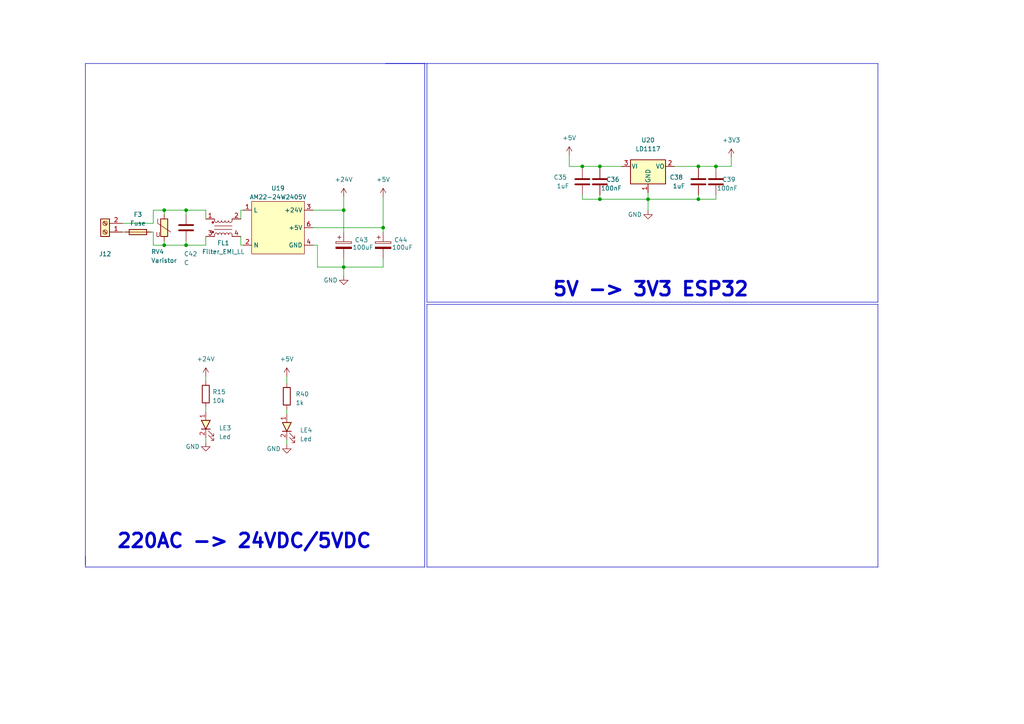
<source format=kicad_sch>
(kicad_sch (version 20230121) (generator eeschema)
  (paper "A4")
  (lib_symbols
    (symbol "+5V_1" (power) (pin_names (offset 0))
      (property "Value" "+5V_1" (at 0 3.556 0))
      (symbol "+5V_1_0_1"
        (polyline (pts (xy -0.762 1.27) (xy 0 2.54)))
        (polyline (pts (xy 0 0) (xy 0 2.54)))
        (polyline (pts (xy 0 2.54) (xy 0.762 1.27)))
      )
      (symbol "+5V_1_1_1"
        (pin power_in line (at 0 0 90) (length 0) hide (name "+5V") (number "1"))
      )
    )
    (symbol "+5V_2" (power) (pin_names (offset 0))
      (property "Value" "+5V_2" (at 0 3.556 0))
      (symbol "+5V_2_0_1"
        (polyline (pts (xy -0.762 1.27) (xy 0 2.54)))
        (polyline (pts (xy 0 0) (xy 0 2.54)))
        (polyline (pts (xy 0 2.54) (xy 0.762 1.27)))
      )
      (symbol "+5V_2_1_1"
        (pin power_in line (at 0 0 90) (length 0) hide (name "+5V") (number "1"))
      )
    )
    (symbol "Connector:Screw_Terminal_01x02" (pin_names (offset 1.016) hide)
      (property "Reference" "J" (at 0 2.54 0))
      (property "Value" "Screw_Terminal_01x02" (at 0 -5.08 0))
      (symbol "Screw_Terminal_01x02_1_1"
        (rectangle (start -1.27 1.27) (end 1.27 -3.81) (stroke (width 0.254)) (fill (type background)))
        (circle (center 0 -2.54) (radius 0.635) (stroke (width 0.1524)))
        (polyline (pts (xy -0.5334 -2.2098) (xy 0.3302 -3.048)) (stroke (width 0.1524)))
        (polyline (pts (xy -0.5334 0.3302) (xy 0.3302 -0.508)) (stroke (width 0.1524)))
        (polyline (pts (xy -0.3556 -2.032) (xy 0.508 -2.8702)) (stroke (width 0.1524)))
        (polyline (pts (xy -0.3556 0.508) (xy 0.508 -0.3302)) (stroke (width 0.1524)))
        (circle (center 0 0) (radius 0.635) (stroke (width 0.1524)))
        (pin passive line (at -5.08 0 0) (length 3.81) (name "Pin_1") (number "1"))
        (pin passive line (at -5.08 -2.54 0) (length 3.81) (name "Pin_2") (number "2"))
      )
    )
    (symbol "Device:C" (pin_numbers hide) (pin_names (offset 0.254))
      (property "Reference" "C" (at 0.635 2.54 0))
      (property "Value" "C" (at 0.635 -2.54 0))
      (symbol "C_0_1"
        (polyline (pts (xy -2.032 -0.762) (xy 2.032 -0.762)) (stroke (width 0.508)))
        (polyline (pts (xy -2.032 0.762) (xy 2.032 0.762)) (stroke (width 0.508)))
      )
      (symbol "C_1_1"
        (pin passive line (at 0 3.81 270) (length 2.794) (name "~") (number "1"))
        (pin passive line (at 0 -3.81 90) (length 2.794) (name "~") (number "2"))
      )
    )
    (symbol "Device:C_Polarized" (pin_numbers hide) (pin_names (offset 0.254))
      (property "Reference" "C" (at 0.635 2.54 0))
      (property "Value" "C_Polarized" (at 0.635 -2.54 0))
      (symbol "C_Polarized_0_1"
        (rectangle (start -2.286 0.508) (end 2.286 1.016))
        (polyline (pts (xy -1.778 2.286) (xy -0.762 2.286)))
        (polyline (pts (xy -1.27 2.794) (xy -1.27 1.778)))
        (rectangle (start 2.286 -0.508) (end -2.286 -1.016) (fill (type outline)))
      )
      (symbol "C_Polarized_1_1"
        (pin passive line (at 0 3.81 270) (length 2.794) (name "~") (number "1"))
        (pin passive line (at 0 -3.81 90) (length 2.794) (name "~") (number "2"))
      )
    )
    (symbol "Device:R" (pin_numbers hide) (pin_names (offset 0))
      (property "Reference" "R" (at 2.032 0 90))
      (property "Value" "R" (at 0 0 90))
      (symbol "R_0_1"
        (rectangle (start -1.016 -2.54) (end 1.016 2.54) (stroke (width 0.254)))
      )
      (symbol "R_1_1"
        (pin passive line (at 0 3.81 270) (length 1.27) (name "~") (number "1"))
        (pin passive line (at 0 -3.81 90) (length 1.27) (name "~") (number "2"))
      )
    )
    (symbol "GND_1" (power) (pin_names (offset 0))
      (property "Value" "GND_1" (at 0 -3.81 0))
      (symbol "GND_1_0_1"
        (polyline (pts (xy 0 0) (xy 0 -1.27) (xy 1.27 -1.27) (xy 0 -2.54) (xy -1.27 -1.27) (xy 0 -1.27)))
      )
      (symbol "GND_1_1_1"
        (pin power_in line (at 0 0 270) (length 0) hide (name "GND") (number "1"))
      )
    )
    (symbol "GND_2" (power) (pin_names (offset 0))
      (property "Value" "GND_2" (at 0 -3.81 0))
      (symbol "GND_2_0_1"
        (polyline (pts (xy 0 0) (xy 0 -1.27) (xy 1.27 -1.27) (xy 0 -2.54) (xy -1.27 -1.27) (xy 0 -1.27)))
      )
      (symbol "GND_2_1_1"
        (pin power_in line (at 0 0 270) (length 0) hide (name "GND") (number "1"))
      )
    )
    (symbol "GND_3" (power) (pin_names (offset 0))
      (property "Value" "GND_3" (at 0 -3.81 0))
      (symbol "GND_3_0_1"
        (polyline (pts (xy 0 0) (xy 0 -1.27) (xy 1.27 -1.27) (xy 0 -2.54) (xy -1.27 -1.27) (xy 0 -1.27)))
      )
      (symbol "GND_3_1_1"
        (pin power_in line (at 0 0 270) (length 0) hide (name "GND") (number "1"))
      )
    )
    (symbol "IVS_SYMBOLS:AM22-24W2405V"
      (property "Reference" "U" (at 0 0 0))
      (property "Value" "AM22-24W2405V" (at 0 -10.16 0))
      (symbol "AM22-24W2405V_0_1"
        (rectangle (start -7.62 7.62) (end 7.62 -7.62) (fill (type background)))
      )
      (symbol "AM22-24W2405V_1_1"
        (pin power_in line (at -10.16 5.08 0) (length 2.54) (name "L") (number "1"))
        (pin power_in line (at -10.16 -5.08 0) (length 2.54) (name "N") (number "2"))
        (pin power_out line (at 10.16 5.08 180) (length 2.54) (name "+24V") (number "3"))
        (pin power_out line (at 10.16 -5.08 180) (length 2.54) (name "GND") (number "4"))
        (pin input line (at 10.16 -5.08 180) (length 2.54) hide (name "GND") (number "5"))
        (pin input line (at 10.16 0 180) (length 2.54) (name "+5V") (number "6"))
      )
    )
    (symbol "IVS_SYMBOLS:Filter_EMI_LL" (pin_names (offset 0.254) hide)
      (property "Reference" "FL" (at 0 4.445 0))
      (property "Value" "Filter_EMI_LL" (at 0 -4.445 0))
      (symbol "Filter_EMI_LL_0_1"
        (circle (center -3.048 -1.27) (radius 0.254) (fill (type outline)))
        (circle (center -3.048 1.524) (radius 0.254) (fill (type outline)))
        (arc (start -2.54 2.032) (mid -2.032 1.5262) (end -1.524 2.032))
        (arc (start -1.524 -2.032) (mid -2.032 -1.5262) (end -2.54 -2.032))
        (arc (start -1.524 2.032) (mid -1.016 1.5262) (end -0.508 2.032))
        (arc (start -0.508 -2.032) (mid -1.016 -1.5262) (end -1.524 -2.032))
        (arc (start -0.508 2.032) (mid 0 1.5262) (end 0.508 2.032))
        (polyline (pts (xy -2.54 -2.032) (xy -2.54 -2.54)))
        (polyline (pts (xy -2.54 0.508) (xy 2.54 0.508)))
        (polyline (pts (xy -2.54 2.032) (xy -2.54 2.54)))
        (polyline (pts (xy 2.54 -2.032) (xy 2.54 -2.54)))
        (polyline (pts (xy 2.54 -0.508) (xy -2.54 -0.508)))
        (polyline (pts (xy 2.54 2.54) (xy 2.54 2.032)))
        (arc (start 0.508 -2.032) (mid 0 -1.5262) (end -0.508 -2.032))
        (arc (start 0.508 2.032) (mid 1.016 1.5262) (end 1.524 2.032))
        (arc (start 1.524 -2.032) (mid 1.016 -1.5262) (end 0.508 -2.032))
        (arc (start 1.524 2.032) (mid 2.032 1.5262) (end 2.54 2.032))
        (arc (start 2.54 -2.032) (mid 2.032 -1.5262) (end 1.524 -2.032))
      )
      (symbol "Filter_EMI_LL_1_1"
        (pin passive line (at -5.08 2.54 0) (length 2.54) (name "1") (number "1"))
        (pin passive line (at 5.08 2.54 180) (length 2.54) (name "2") (number "2"))
        (pin passive line (at -5.08 -2.54 0) (length 2.54) (name "3") (number "3"))
        (pin passive line (at 5.08 -2.54 180) (length 2.54) (name "4") (number "4"))
      )
    )
    (symbol "IVS_SYMBOLS:Fuse" (pin_numbers hide) (pin_names (offset 0))
      (property "Reference" "F" (at 0 2.032 0))
      (property "Value" "Fuse" (at 0 -1.905 0))
      (symbol "Fuse_0_1"
        (polyline (pts (xy -2.54 0) (xy 2.54 0)))
      )
      (symbol "Fuse_1_1"
        (rectangle (start -2.54 0.762) (end 2.54 -0.762) (stroke (width 0.254)) (fill (type background)))
        (pin passive line (at -3.81 0 0) (length 1.27) (name "~") (number "1"))
        (pin passive line (at 3.81 0 180) (length 1.27) (name "~") (number "2"))
      )
    )
    (symbol "IVS_SYMBOLS:LD1117" (pin_names (offset 0.254))
      (property "Reference" "U" (at -3.81 3.175 0))
      (property "Value" "LD1117" (at 0 3.175 0))
      (symbol "LD1117_0_1"
        (rectangle (start -5.08 -5.08) (end 5.08 1.905) (stroke (width 0.254)) (fill (type background)))
      )
      (symbol "LD1117_1_1"
        (pin power_in line (at 0 -7.62 90) (length 2.54) (name "GND") (number "1"))
        (pin power_out line (at 7.62 0 180) (length 2.54) (name "VO") (number "2"))
        (pin power_in line (at -7.62 0 0) (length 2.54) (name "VI") (number "3"))
      )
    )
    (symbol "IVS_SYMBOLS:Led"
      (property "Reference" "LE" (at 0.508 -2.794 0))
      (property "Value" "Led" (at -0.254 2.794 0))
      (symbol "Led_0_1"
        (polyline (pts (xy 0 -1.27) (xy 0 1.27)) (stroke (width 0.254)))
        (polyline (pts (xy 2.54 -1.27) (xy 2.54 1.27) (xy 0 0) (xy 2.54 -1.27)) (stroke (width 0.254)) (fill (type background)))
        (polyline (pts (xy -1.778 -0.762) (xy -3.302 -2.286) (xy -2.54 -2.286) (xy -3.302 -2.286) (xy -3.302 -1.524)))
        (polyline (pts (xy -0.508 -0.762) (xy -2.032 -2.286) (xy -1.27 -2.286) (xy -2.032 -2.286) (xy -2.032 -1.524)))
      )
      (symbol "Led_1_1"
        (pin passive line (at 5.08 0 180) (length 2.54) (name "") (number "1"))
        (pin passive line (at -2.54 0 0) (length 2.54) (name "") (number "2"))
      )
    )
    (symbol "IVS_SYMBOLS:Varistor" (pin_numbers hide) (pin_names (offset 0))
      (property "Reference" "RV" (at 3.175 0 90))
      (property "Value" "Varistor" (at -3.175 0 90))
      (symbol "Varistor_0_0"
        (text "U" (at -1.778 -2.032 0) (effects (font (size 1.27 1.27))))
      )
      (symbol "Varistor_0_1"
        (polyline (pts (xy -1.905 2.54) (xy -1.905 1.27) (xy 1.905 -1.27)))
      )
      (symbol "Varistor_1_1"
        (rectangle (start -1.016 2.54) (end 1.016 -2.54) (stroke (width 0.254)) (fill (type background)))
        (pin passive line (at 0 3.81 270) (length 1.27) (name "~") (number "1"))
        (pin passive line (at 0 -3.81 90) (length 1.27) (name "~") (number "2"))
      )
    )
    (symbol "Led_1"
      (property "Reference" "LE" (at 0.508 -2.794 0))
      (property "Value" "Led" (at -0.254 2.794 0))
      (symbol "Led_1_0_1"
        (polyline (pts (xy 0 -1.27) (xy 0 1.27)) (stroke (width 0.254)))
        (polyline (pts (xy 2.54 -1.27) (xy 2.54 1.27) (xy 0 0) (xy 2.54 -1.27)) (stroke (width 0.254)) (fill (type background)))
        (polyline (pts (xy -1.778 -0.762) (xy -3.302 -2.286) (xy -2.54 -2.286) (xy -3.302 -2.286) (xy -3.302 -1.524)))
        (polyline (pts (xy -0.508 -0.762) (xy -2.032 -2.286) (xy -1.27 -2.286) (xy -2.032 -2.286) (xy -2.032 -1.524)))
      )
      (symbol "Led_1_1_1"
        (pin passive line (at 5.08 0 180) (length 2.54) (name "") (number "1"))
        (pin passive line (at -2.54 0 0) (length 2.54) (name "") (number "2"))
      )
    )
    (symbol "power:+24V" (power) (pin_names (offset 0))
      (property "Value" "+24V" (at 0 3.556 0))
      (symbol "+24V_0_1"
        (polyline (pts (xy -0.762 1.27) (xy 0 2.54)))
        (polyline (pts (xy 0 0) (xy 0 2.54)))
        (polyline (pts (xy 0 2.54) (xy 0.762 1.27)))
      )
      (symbol "+24V_1_1"
        (pin power_in line (at 0 0 90) (length 0) hide (name "+24V") (number "1"))
      )
    )
    (symbol "power:+3V3" (power) (pin_names (offset 0))
      (property "Value" "+3V3" (at 0 3.556 0))
      (symbol "+3V3_0_1"
        (polyline (pts (xy -0.762 1.27) (xy 0 2.54)))
        (polyline (pts (xy 0 0) (xy 0 2.54)))
        (polyline (pts (xy 0 2.54) (xy 0.762 1.27)))
      )
      (symbol "+3V3_1_1"
        (pin power_in line (at 0 0 90) (length 0) hide (name "+3V3") (number "1"))
      )
    )
    (symbol "power:+5V" (power) (pin_names (offset 0))
      (property "Value" "+5V" (at 0 3.556 0))
      (symbol "+5V_0_1"
        (polyline (pts (xy -0.762 1.27) (xy 0 2.54)))
        (polyline (pts (xy 0 0) (xy 0 2.54)))
        (polyline (pts (xy 0 2.54) (xy 0.762 1.27)))
      )
      (symbol "+5V_1_1"
        (pin power_in line (at 0 0 90) (length 0) hide (name "+5V") (number "1"))
      )
    )
    (symbol "power:GND" (power) (pin_names (offset 0))
      (property "Value" "GND" (at 0 -3.81 0))
      (symbol "GND_0_1"
        (polyline (pts (xy 0 0) (xy 0 -1.27) (xy 1.27 -1.27) (xy 0 -2.54) (xy -1.27 -1.27) (xy 0 -1.27)))
      )
      (symbol "GND_1_1"
        (pin power_in line (at 0 0 270) (length 0) hide (name "GND") (number "1"))
      )
    )
  )
  (junction (at 99.695 60.96))
  (junction (at 207.645 48.26))
  (junction (at 53.975 60.96))
  (junction (at 99.695 77.47))
  (junction (at 187.96 57.785))
  (junction (at 47.625 71.12))
  (junction (at 202.565 57.785))
  (junction (at 173.99 57.785))
  (junction (at 168.91 48.26))
  (junction (at 173.99 48.26))
  (junction (at 53.975 71.12))
  (junction (at 47.625 60.96))
  (junction (at 111.125 66.04))
  (junction (at 202.565 48.26))
  (wire (pts (xy 43.815 67.31) (xy 44.45 67.31)))
  (wire (pts (xy 44.45 64.77) (xy 44.45 60.96)))
  (wire (pts (xy 212.09 45.72) (xy 212.09 48.26)))
  (wire (pts (xy 83.185 118.745) (xy 83.185 120.015)))
  (wire (pts (xy 59.69 127) (xy 59.69 128.27)))
  (wire (pts (xy 47.625 60.96) (xy 47.625 62.23)))
  (polyline (pts (xy 24.765 164.465) (xy 24.765 161.29)))
  (wire (pts (xy 83.185 127.635) (xy 83.185 128.905)))
  (wire (pts (xy 92.075 71.12) (xy 90.805 71.12)))
  (wire (pts (xy 90.805 66.04) (xy 111.125 66.04)))
  (wire (pts (xy 173.99 57.785) (xy 187.96 57.785)))
  (polyline (pts (xy 123.825 88.265) (xy 123.825 164.465)))
  (polyline (pts (xy 123.825 18.415) (xy 123.825 87.63)))
  (wire (pts (xy 35.56 64.77) (xy 44.45 64.77)))
  (wire (pts (xy 59.69 118.11) (xy 59.69 119.38)))
  (wire (pts (xy 207.645 48.26) (xy 207.645 48.895)))
  (wire (pts (xy 44.45 60.96) (xy 47.625 60.96)))
  (wire (pts (xy 168.91 48.26) (xy 173.99 48.26)))
  (wire (pts (xy 173.99 48.26) (xy 180.34 48.26)))
  (polyline (pts (xy 111.76 18.415) (xy 254.635 18.415)))
  (wire (pts (xy 53.975 60.96) (xy 59.69 60.96)))
  (wire (pts (xy 69.85 60.96) (xy 69.85 63.5)))
  (polyline (pts (xy 254.635 164.465) (xy 123.825 164.465)))
  (wire (pts (xy 202.565 56.515) (xy 202.565 57.785)))
  (wire (pts (xy 111.125 66.04) (xy 111.125 67.31)))
  (wire (pts (xy 99.695 80.01) (xy 99.695 77.47)))
  (wire (pts (xy 83.185 109.22) (xy 83.185 111.125)))
  (wire (pts (xy 59.69 68.58) (xy 59.69 71.12)))
  (wire (pts (xy 90.805 60.96) (xy 99.695 60.96)))
  (wire (pts (xy 99.695 60.96) (xy 99.695 57.15)))
  (wire (pts (xy 53.975 71.12) (xy 59.69 71.12)))
  (wire (pts (xy 173.99 48.26) (xy 173.99 48.895)))
  (polyline (pts (xy 24.765 18.415) (xy 24.765 163.83)))
  (polyline (pts (xy 254.635 87.63) (xy 123.825 87.63)))
  (wire (pts (xy 59.69 60.96) (xy 59.69 63.5)))
  (wire (pts (xy 173.99 56.515) (xy 173.99 57.785)))
  (wire (pts (xy 165.1 45.085) (xy 165.1 48.26)))
  (wire (pts (xy 212.09 48.26) (xy 207.645 48.26)))
  (polyline (pts (xy 123.825 88.265) (xy 254.635 88.265)))
  (wire (pts (xy 202.565 48.26) (xy 207.645 48.26)))
  (wire (pts (xy 111.125 66.04) (xy 111.125 57.15)))
  (wire (pts (xy 187.96 57.785) (xy 187.96 60.96)))
  (polyline (pts (xy 123.19 164.465) (xy 24.765 164.465)))
  (polyline (pts (xy 254.635 88.265) (xy 254.635 164.465)))
  (wire (pts (xy 111.125 74.93) (xy 111.125 77.47)))
  (wire (pts (xy 168.91 48.26) (xy 168.91 48.895)))
  (wire (pts (xy 168.91 56.515) (xy 168.91 57.785)))
  (wire (pts (xy 69.85 71.12) (xy 70.485 71.12)))
  (wire (pts (xy 47.625 71.12) (xy 53.975 71.12)))
  (wire (pts (xy 207.645 57.785) (xy 207.645 56.515)))
  (wire (pts (xy 44.45 71.12) (xy 47.625 71.12)))
  (wire (pts (xy 53.975 60.96) (xy 53.975 62.23)))
  (polyline (pts (xy 123.19 18.415) (xy 123.19 164.465)))
  (wire (pts (xy 53.975 69.85) (xy 53.975 71.12)))
  (wire (pts (xy 111.125 77.47) (xy 99.695 77.47)))
  (wire (pts (xy 195.58 48.26) (xy 202.565 48.26)))
  (wire (pts (xy 47.625 69.85) (xy 47.625 71.12)))
  (wire (pts (xy 99.695 74.93) (xy 99.695 77.47)))
  (wire (pts (xy 69.85 68.58) (xy 69.85 71.12)))
  (wire (pts (xy 202.565 57.785) (xy 207.645 57.785)))
  (polyline (pts (xy 123.19 18.415) (xy 24.765 18.415)))
  (wire (pts (xy 92.075 77.47) (xy 92.075 71.12)))
  (wire (pts (xy 35.56 67.31) (xy 36.195 67.31)))
  (wire (pts (xy 47.625 60.96) (xy 53.975 60.96)))
  (wire (pts (xy 99.695 60.96) (xy 99.695 67.31)))
  (wire (pts (xy 202.565 48.26) (xy 202.565 48.895)))
  (wire (pts (xy 44.45 67.31) (xy 44.45 71.12)))
  (wire (pts (xy 187.96 57.785) (xy 202.565 57.785)))
  (wire (pts (xy 92.075 77.47) (xy 99.695 77.47)))
  (wire (pts (xy 69.85 60.96) (xy 70.485 60.96)))
  (wire (pts (xy 168.91 57.785) (xy 173.99 57.785)))
  (wire (pts (xy 187.96 55.88) (xy 187.96 57.785)))
  (wire (pts (xy 165.1 48.26) (xy 168.91 48.26)))
  (wire (pts (xy 59.69 109.22) (xy 59.69 110.49)))
  (polyline (pts (xy 254.635 18.415) (xy 254.635 87.63)))
  (text "220AC -> 24VDC/5VDC\n" (at 33.655 159.385 0) (effects (font (size 4 4) (thickness 0.8) bold) (justify left bottom)))
  (text "5V -> 3V3 ESP32\n" (at 160.02 86.36 0) (effects (font (size 4 4) (thickness 0.8) bold) (justify left bottom)))
  (symbol (lib_id "power:+3V3") (at 212.09 45.72 0) (unit 1)
    (property "Reference" "#PWR0172" (effects hide))
    (property "Value" "+3V3" (at 212.09 40.64 0))
  )
  (symbol (lib_id "power:GND") (at 59.69 128.27 0) (unit 1)
    (property "Reference" "#PWR017" (effects hide))
    (property "Value" "GND" (at 55.88 129.54 0))
  )
  (symbol (lib_id "IVS_SYMBOLS:Varistor") (at 47.625 66.04 0) (unit 1)
    (property "Reference" "RV4" (at 43.815 73.025 0) (effects (justify left)))
    (property "Value" "Varistor" (at 43.815 75.565 0) (effects (justify left)))
    (property "Footprint" "IVS_FOOTPRINTS:RV_Disc_D12mm_W5.8mm_P7.5mm" (effects hide))
    (property "Sim.Name" "kicad_builtin_varistor" (effects hide))
    (property "Sim.Device" "SUBCKT" (effects hide))
    (property "Sim.Pins" "1=A 2=B" (effects hide))
    (property "Sim.Params" "threshold=1k" (effects hide))
    (property "Sim.Library" "${KICAD7_SYMBOL_DIR}/Simulation_SPICE.sp" (effects hide))
  )
  (symbol (lib_id "Device:C") (at 173.99 52.705 180) (unit 1)
    (property "Reference" "C36" (at 179.705 52.07 0) (effects (justify left)))
    (property "Value" "100nF" (at 180.34 54.61 0) (effects (justify left)))
    (property "Footprint" "IVS_FOOTPRINTS:C_0603" (effects hide))
  )
  (symbol (lib_id "Device:C") (at 207.645 52.705 180) (unit 1)
    (property "Reference" "C39" (at 213.36 52.07 0) (effects (justify left)))
    (property "Value" "100nF" (at 213.995 54.61 0) (effects (justify left)))
    (property "Footprint" "IVS_FOOTPRINTS:C_0603" (effects hide))
  )
  (symbol (lib_name "GND_1") (lib_id "power:GND") (at 187.96 60.96 0) (unit 1)
    (property "Reference" "#PWR0171" (effects hide))
    (property "Value" "GND" (at 184.15 62.23 0))
  )
  (symbol (lib_id "IVS_SYMBOLS:AM22-24W2405V") (at 80.645 66.04 0) (unit 1)
    (property "Reference" "U19" (at 80.645 54.61 0))
    (property "Value" "AM22-24W2405V" (at 80.645 57.15 0))
    (property "Footprint" "IVS_FOOTPRINTS:DualPowerSupply_AM22-24W2405V" (effects hide))
  )
  (symbol (lib_id "power:+24V") (at 59.69 109.22 0) (unit 1)
    (property "Reference" "#PWR084" (effects hide))
    (property "Value" "+24V" (at 59.69 104.14 0))
  )
  (symbol (lib_id "IVS_SYMBOLS:Led") (at 83.185 125.095 90) (unit 1)
    (property "Reference" "LE4" (at 86.995 124.7775 90) (effects (justify right)))
    (property "Value" "Led" (at 86.995 127.3175 90) (effects (justify right)))
    (property "Footprint" "IVS_FOOTPRINTS:LED_0603" (effects hide))
  )
  (symbol (lib_id "Device:C") (at 202.565 52.705 180) (unit 1)
    (property "Reference" "C38" (at 198.12 51.435 0) (effects (justify left)))
    (property "Value" "1uF" (at 198.755 53.975 0) (effects (justify left)))
    (property "Footprint" "IVS_FOOTPRINTS:C_0603" (effects hide))
  )
  (symbol (lib_id "power:+5V") (at 111.125 57.15 0) (unit 1)
    (property "Reference" "#PWR0167" (effects hide))
    (property "Value" "+5V" (at 111.125 52.07 0))
  )
  (symbol (lib_id "power:+24V") (at 99.695 57.15 0) (unit 1)
    (property "Reference" "#PWR0166" (effects hide))
    (property "Value" "+24V" (at 99.695 52.07 0))
  )
  (symbol (lib_name "Led_1") (lib_id "IVS_SYMBOLS:Led") (at 59.69 124.46 90) (unit 1)
    (property "Reference" "LE3" (at 63.5 124.1425 90) (effects (justify right)))
    (property "Value" "Led" (at 63.5 126.6825 90) (effects (justify right)))
    (property "Footprint" "IVS_FOOTPRINTS:LED_0603" (effects hide))
  )
  (symbol (lib_id "IVS_SYMBOLS:Filter_EMI_LL") (at 64.77 66.04 0) (unit 1)
    (property "Reference" "FL1" (at 64.77 70.485 0))
    (property "Value" "Filter_EMI_LL" (at 64.77 73.025 0))
    (property "Footprint" "IVS_FOOTPRINTS:ACFilterChokeUU9.8" (effects hide))
  )
  (symbol (lib_name "+5V_1") (lib_id "power:+5V") (at 83.185 109.22 0) (unit 1)
    (property "Reference" "#PWR085" (effects hide))
    (property "Value" "+5V" (at 83.185 104.14 0))
  )
  (symbol (lib_id "IVS_SYMBOLS:LD1117") (at 187.96 48.26 0) (unit 1)
    (property "Reference" "U20" (at 187.96 40.64 0))
    (property "Value" "LD1117" (at 187.96 43.18 0))
    (property "Footprint" "IVS_FOOTPRINTS:SOT233" (effects hide))
    (property "Datasheet" "https://www.rhydolabz.com/documents/LD1117.pdf" (effects hide))
  )
  (symbol (lib_id "Device:R") (at 59.69 114.3 0) (unit 1)
    (property "Reference" "R15" (at 61.595 113.665 0) (effects (justify left)))
    (property "Value" "10k" (at 61.595 116.205 0) (effects (justify left)))
    (property "Footprint" "IVS_FOOTPRINTS:R_0603" (effects hide))
  )
  (symbol (lib_name "+5V_2") (lib_id "power:+5V") (at 165.1 45.085 0) (unit 1)
    (property "Reference" "#PWR0168" (effects hide))
    (property "Value" "+5V" (at 165.1 40.005 0))
  )
  (symbol (lib_id "Device:C_Polarized") (at 99.695 71.12 0) (unit 1)
    (property "Reference" "C43" (at 102.87 69.596 0) (effects (justify left)))
    (property "Value" "100uF" (at 102.235 71.755 0) (effects (justify left)))
    (property "Footprint" "Capacitor_SMD:CP_Elec_8x10.5" (effects hide))
  )
  (symbol (lib_id "Device:C") (at 168.91 52.705 180) (unit 1)
    (property "Reference" "C35" (at 164.465 51.435 0) (effects (justify left)))
    (property "Value" "1uF" (at 165.1 53.975 0) (effects (justify left)))
    (property "Footprint" "IVS_FOOTPRINTS:C_0603" (effects hide))
  )
  (symbol (lib_id "Device:C") (at 53.975 66.04 0) (unit 1)
    (property "Reference" "C42" (at 53.34 73.66 0) (effects (justify left)))
    (property "Value" "C" (at 53.34 76.2 0) (effects (justify left)))
    (property "Footprint" "IVS_FOOTPRINTS:C_Rect_L16.5mm_W5.0mm_P15.00mm_MKT" (effects hide))
  )
  (symbol (lib_id "Connector:Screw_Terminal_01x02") (at 30.48 67.31 180) (unit 1)
    (property "Reference" "J12" (at 30.48 73.66 0))
    (property "Value" "HT-5.08mm" (effects hide))
    (property "Footprint" "IVS_FOOTPRINTS:KF-5.08mm" (effects hide))
  )
  (symbol (lib_name "GND_2") (lib_id "power:GND") (at 99.695 80.01 0) (unit 1)
    (property "Reference" "#PWR0165" (effects hide))
    (property "Value" "GND" (at 95.885 81.28 0))
  )
  (symbol (lib_name "GND_3") (lib_id "power:GND") (at 83.185 128.905 0) (unit 1)
    (property "Reference" "#PWR083" (effects hide))
    (property "Value" "GND" (at 79.375 130.175 0))
  )
  (symbol (lib_id "Device:C_Polarized") (at 111.125 71.12 0) (unit 1)
    (property "Reference" "C44" (at 114.3 69.596 0) (effects (justify left)))
    (property "Value" "100uF" (at 113.665 71.755 0) (effects (justify left)))
    (property "Footprint" "Capacitor_SMD:CP_Elec_8x10.5" (effects hide))
  )
  (symbol (lib_id "IVS_SYMBOLS:Fuse") (at 40.005 67.31 0) (unit 1)
    (property "Reference" "F3" (at 40.005 62.23 0))
    (property "Value" "Fuse" (at 40.005 64.77 0))
    (property "Footprint" "IVS_FOOTPRINTS:Fuse_BLX-A-P22.4mm" (effects hide))
  )
  (symbol (lib_id "Device:R") (at 83.185 114.935 0) (unit 1)
    (property "Reference" "R40" (at 85.725 114.3 0) (effects (justify left)))
    (property "Value" "1k" (at 85.725 116.84 0) (effects (justify left)))
    (property "Footprint" "IVS_FOOTPRINTS:R_0603" (effects hide))
  )
)
</source>
